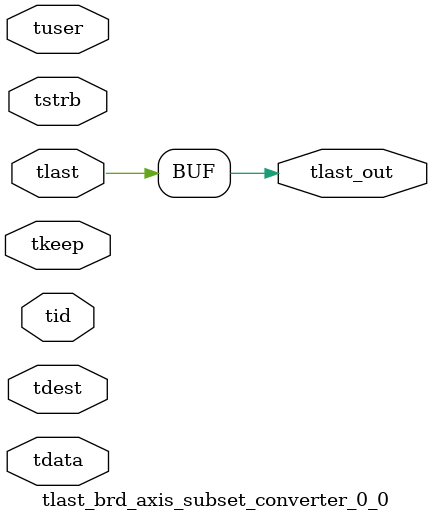
<source format=v>


`timescale 1ps/1ps

module tlast_brd_axis_subset_converter_0_0 #
(
parameter C_S_AXIS_TID_WIDTH   = 1,
parameter C_S_AXIS_TUSER_WIDTH = 0,
parameter C_S_AXIS_TDATA_WIDTH = 0,
parameter C_S_AXIS_TDEST_WIDTH = 0
)
(
input  [(C_S_AXIS_TID_WIDTH   == 0 ? 1 : C_S_AXIS_TID_WIDTH)-1:0       ] tid,
input  [(C_S_AXIS_TDATA_WIDTH == 0 ? 1 : C_S_AXIS_TDATA_WIDTH)-1:0     ] tdata,
input  [(C_S_AXIS_TUSER_WIDTH == 0 ? 1 : C_S_AXIS_TUSER_WIDTH)-1:0     ] tuser,
input  [(C_S_AXIS_TDEST_WIDTH == 0 ? 1 : C_S_AXIS_TDEST_WIDTH)-1:0     ] tdest,
input  [(C_S_AXIS_TDATA_WIDTH/8)-1:0 ] tkeep,
input  [(C_S_AXIS_TDATA_WIDTH/8)-1:0 ] tstrb,
input  [0:0]                                                             tlast,
output                                                                   tlast_out
);

assign tlast_out = {tlast};

endmodule


</source>
